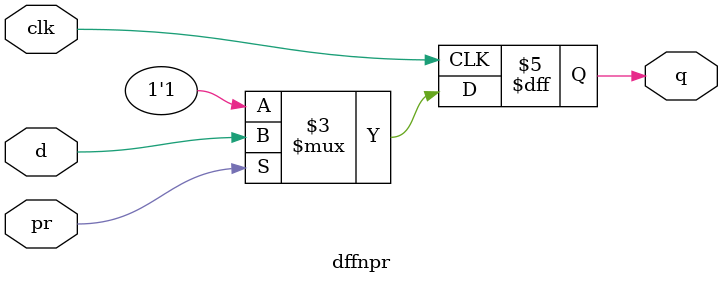
<source format=v>
module dffnpr  (input clk,pr,d,output reg q);
always @( negedge clk) begin
if (pr)
 q=d;
else
 q=1;
end
endmodule

</source>
